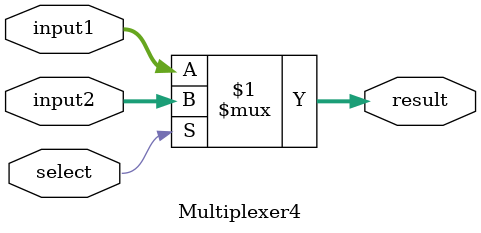
<source format=v>
module Multiplexer4
	(input select,
	 input [3:0] input1,
	 input [3:0] input2,
	 output wire [3:0] result
    );
	 
	assign result = (select) ? input2 : input1;

endmodule

</source>
